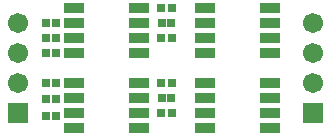
<source format=gts>
G04 Layer_Color=8388736*
%FSLAX23Y23*%
%MOIN*%
G70*
G01*
G75*
%ADD22R,0.026X0.030*%
%ADD23R,0.065X0.032*%
%ADD24R,0.028X0.028*%
%ADD25C,0.067*%
%ADD26R,0.067X0.067*%
D22*
X128Y-255D02*
D03*
X92D02*
D03*
X92Y-200D02*
D03*
X128D02*
D03*
X478Y50D02*
D03*
X513D02*
D03*
X478Y-50D02*
D03*
X513D02*
D03*
X478Y-200D02*
D03*
X513D02*
D03*
X478Y-300D02*
D03*
X513D02*
D03*
X92Y-310D02*
D03*
X128D02*
D03*
X128Y-50D02*
D03*
X92D02*
D03*
X92Y-100D02*
D03*
X128D02*
D03*
X92Y0D02*
D03*
X128D02*
D03*
D23*
X839Y-350D02*
D03*
Y-300D02*
D03*
Y-250D02*
D03*
Y-200D02*
D03*
X624Y-350D02*
D03*
Y-300D02*
D03*
Y-250D02*
D03*
Y-200D02*
D03*
X403Y-350D02*
D03*
Y-300D02*
D03*
Y-250D02*
D03*
Y-200D02*
D03*
X188Y-350D02*
D03*
Y-300D02*
D03*
Y-250D02*
D03*
Y-200D02*
D03*
X839Y-100D02*
D03*
Y-50D02*
D03*
Y0D02*
D03*
Y50D02*
D03*
X624Y-100D02*
D03*
Y-50D02*
D03*
Y0D02*
D03*
Y50D02*
D03*
X403Y-100D02*
D03*
Y-50D02*
D03*
Y0D02*
D03*
Y50D02*
D03*
X188Y-100D02*
D03*
Y-50D02*
D03*
Y0D02*
D03*
Y50D02*
D03*
D24*
X511Y-250D02*
D03*
X480D02*
D03*
X511Y0D02*
D03*
X480D02*
D03*
D25*
X984D02*
D03*
Y-100D02*
D03*
Y-200D02*
D03*
X0Y0D02*
D03*
Y-100D02*
D03*
Y-200D02*
D03*
D26*
X984Y-300D02*
D03*
X0D02*
D03*
M02*

</source>
